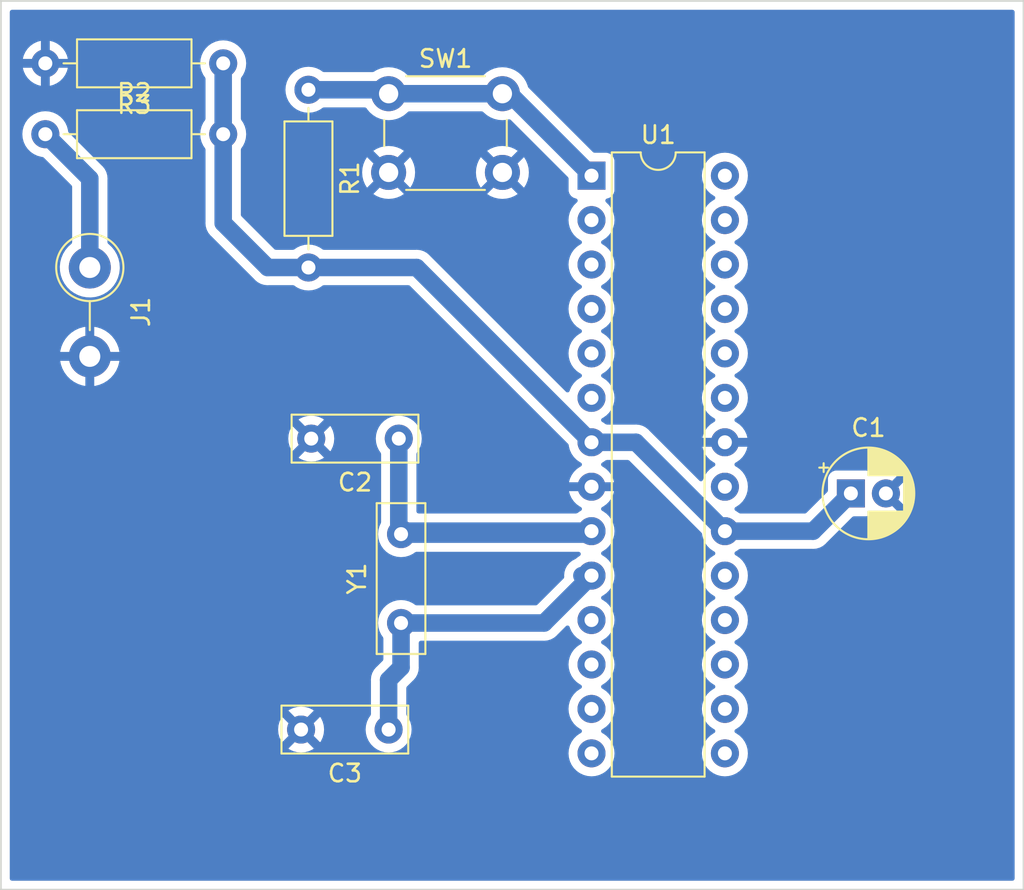
<source format=kicad_pcb>
(kicad_pcb (version 20211014) (generator pcbnew)
  (layers (0 "F.Cu" signal) (31 "B.Cu" signal) (34 "B.Paste" user) (35 "F.Paste" user) (36 "B.SilkS" user "B.Silkscreen") (37 "F.SilkS" user "F.Silkscreen") (38 "B.Mask" user) (39 "F.Mask" user) (44 "Edge.Cuts" user))
  (net 0 "")
  (net 1 "+5V")
  (net 2 "GND")
  (net 3 "Net-(C2-Pad1)")
  (net 4 "Net-(C3-Pad1)")
  (net 5 "Net-(R1-Pad1)")
  (net 27 "+3.3V")
  (footprint "Button_Switch_THT:SW_PUSH_6mm" (layer "F.Cu") (at 116.13 63.725564)
    (fp_text reference "SW1" (at 3.25 -2) (layer "F.SilkS"))
    (fp_text value "SW_Push")
    (fp_line (start -0.25 1.5) (end -0.25 3) (layer "F.SilkS") (width 0.12))
    (fp_line (start 1 5.5) (end 5.5 5.5) (layer "F.SilkS") (width 0.12))
    (fp_line (start 6.75 3) (end 6.75 1.5) (layer "F.SilkS") (width 0.12))
    (fp_line (start 5.5 -1) (end 1 -1) (layer "F.SilkS") (width 0.12))
    (pad "1" thru_hole circle (at 6.5 0 90) (size 2 2) (drill 1.1) (layers *.Cu *.Mask) (net 5 "Net-(R1-Pad1)"))
    (pad "1" thru_hole circle (at 0 0 90) (size 2 2) (drill 1.1) (layers *.Cu *.Mask) (net 5 "Net-(R1-Pad1)"))
    (pad "2" thru_hole circle (at 6.5 4.5 90) (size 2 2) (drill 1.1) (layers *.Cu *.Mask) (net 2 "GND"))
    (pad "2" thru_hole circle (at 0 4.5 90) (size 2 2) (drill 1.1) (layers *.Cu *.Mask) (net 2 "GND"))
  )
  (footprint "Resistor_THT:R_Box_L8.4mm_W2.5mm_P5.08mm" (layer "F.Cu") (at 116.84 93.98 90)
    (fp_text reference "Y1" (at 2.54 -2.52 90) (layer "F.SilkS"))
    (fp_text value "Crystal")
    (fp_line (start 6.85 -1.39) (end 6.85 1.39) (layer "F.SilkS") (width 0.12))
    (fp_line (start -1.77 -1.39) (end -1.77 1.39) (layer "F.SilkS") (width 0.12))
    (fp_line (start -1.77 1.39) (end 6.85 1.39) (layer "F.SilkS") (width 0.12))
    (fp_line (start -1.77 -1.39) (end 6.85 -1.39) (layer "F.SilkS") (width 0.12))
    (pad "1" thru_hole circle (at 0 0 90) (size 1.6 1.6) (drill 0.8) (layers *.Cu *.Mask) (net 4 "Net-(C3-Pad1)"))
    (pad "2" thru_hole circle (at 5.08 0 90) (size 1.6 1.6) (drill 0.8) (layers *.Cu *.Mask) (net 3 "Net-(C2-Pad1)"))
  )
  (footprint "Resistor_THT:R_Axial_DIN0207_L6.3mm_D2.5mm_P10.16mm_Horizontal" (layer "F.Cu") (at 106.68 61.99 180)
    (fp_text reference "R3" (at 5.08 -2.37) (layer "F.SilkS"))
    (fp_text value "10kR")
    (fp_line (start 1.81 -1.37) (end 1.81 1.37) (layer "F.SilkS") (width 0.12))
    (fp_line (start 1.81 1.37) (end 8.35 1.37) (layer "F.SilkS") (width 0.12))
    (fp_line (start 8.35 1.37) (end 8.35 -1.37) (layer "F.SilkS") (width 0.12))
    (fp_line (start 9.12 0) (end 8.35 0) (layer "F.SilkS") (width 0.12))
    (fp_line (start 1.04 0) (end 1.81 0) (layer "F.SilkS") (width 0.12))
    (fp_line (start 8.35 -1.37) (end 1.81 -1.37) (layer "F.SilkS") (width 0.12))
    (pad "1" thru_hole circle (at 0 0 180) (size 1.6 1.6) (drill 0.8) (layers *.Cu *.Mask) (net 27 "+3.3V"))
    (pad "2" thru_hole oval (at 10.16 0 180) (size 1.6 1.6) (drill 0.8) (layers *.Cu *.Mask) (net 2 "GND"))
  )
  (footprint "Capacitor_THT:C_Disc_D7.0mm_W2.5mm_P5.00mm" (layer "F.Cu") (at 116.13 100.07 180)
    (fp_text reference "C3" (at 2.5 -2.5) (layer "F.SilkS"))
    (fp_text value "C")
    (fp_line (start -1.12 -1.37) (end -1.12 1.37) (layer "F.SilkS") (width 0.12))
    (fp_line (start -1.12 1.37) (end 6.12 1.37) (layer "F.SilkS") (width 0.12))
    (fp_line (start 6.12 -1.37) (end 6.12 1.37) (layer "F.SilkS") (width 0.12))
    (fp_line (start -1.12 -1.37) (end 6.12 -1.37) (layer "F.SilkS") (width 0.12))
    (pad "1" thru_hole circle (at 0 0 180) (size 1.6 1.6) (drill 0.8) (layers *.Cu *.Mask) (net 4 "Net-(C3-Pad1)"))
    (pad "2" thru_hole circle (at 5 0 180) (size 1.6 1.6) (drill 0.8) (layers *.Cu *.Mask) (net 2 "GND"))
  )
  (footprint "Package_DIP:DIP-28_W7.62mm" (layer "F.Cu") (at 127.720225 68.41)
    (fp_text reference "U1" (at 3.81 -2.33) (layer "F.SilkS"))
    (fp_text value "ATmega328P-P")
    (fp_line (start 6.46 34.35) (end 6.46 -1.33) (layer "F.SilkS") (width 0.12))
    (fp_line (start 6.46 -1.33) (end 4.81 -1.33) (layer "F.SilkS") (width 0.12))
    (fp_line (start 1.16 -1.33) (end 1.16 34.35) (layer "F.SilkS") (width 0.12))
    (fp_line (start 2.81 -1.33) (end 1.16 -1.33) (layer "F.SilkS") (width 0.12))
    (fp_line (start 1.16 34.35) (end 6.46 34.35) (layer "F.SilkS") (width 0.12))
    (fp_arc (start 4.81 -1.33) (mid 3.81 -0.33) (end 2.81 -1.33) (layer "F.SilkS") (width 0.12))
    (pad "1" thru_hole rect (at 0 0) (size 1.6 1.6) (drill 0.8) (layers *.Cu *.Mask) (net 5 "Net-(R1-Pad1)"))
    (pad "2" thru_hole oval (at 0 2.54) (size 1.6 1.6) (drill 0.8) (layers *.Cu *.Mask))
    (pad "3" thru_hole oval (at 0 5.08) (size 1.6 1.6) (drill 0.8) (layers *.Cu *.Mask))
    (pad "4" thru_hole oval (at 0 7.62) (size 1.6 1.6) (drill 0.8) (layers *.Cu *.Mask))
    (pad "5" thru_hole oval (at 0 10.16) (size 1.6 1.6) (drill 0.8) (layers *.Cu *.Mask))
    (pad "6" thru_hole oval (at 0 12.7) (size 1.6 1.6) (drill 0.8) (layers *.Cu *.Mask))
    (pad "7" thru_hole oval (at 0 15.24) (size 1.6 1.6) (drill 0.8) (layers *.Cu *.Mask) (net 27 "+3.3V"))
    (pad "8" thru_hole oval (at 0 17.78) (size 1.6 1.6) (drill 0.8) (layers *.Cu *.Mask) (net 2 "GND"))
    (pad "9" thru_hole oval (at 0 20.32) (size 1.6 1.6) (drill 0.8) (layers *.Cu *.Mask) (net 3 "Net-(C2-Pad1)"))
    (pad "10" thru_hole oval (at 0 22.86) (size 1.6 1.6) (drill 0.8) (layers *.Cu *.Mask) (net 4 "Net-(C3-Pad1)"))
    (pad "11" thru_hole oval (at 0 25.4) (size 1.6 1.6) (drill 0.8) (layers *.Cu *.Mask))
    (pad "12" thru_hole oval (at 0 27.94) (size 1.6 1.6) (drill 0.8) (layers *.Cu *.Mask))
    (pad "13" thru_hole oval (at 0 30.48) (size 1.6 1.6) (drill 0.8) (layers *.Cu *.Mask))
    (pad "14" thru_hole oval (at 0 33.02) (size 1.6 1.6) (drill 0.8) (layers *.Cu *.Mask))
    (pad "15" thru_hole oval (at 7.62 33.02) (size 1.6 1.6) (drill 0.8) (layers *.Cu *.Mask))
    (pad "16" thru_hole oval (at 7.62 30.48) (size 1.6 1.6) (drill 0.8) (layers *.Cu *.Mask))
    (pad "17" thru_hole oval (at 7.62 27.94) (size 1.6 1.6) (drill 0.8) (layers *.Cu *.Mask))
    (pad "18" thru_hole oval (at 7.62 25.4) (size 1.6 1.6) (drill 0.8) (layers *.Cu *.Mask))
    (pad "19" thru_hole oval (at 7.62 22.86) (size 1.6 1.6) (drill 0.8) (layers *.Cu *.Mask))
    (pad "20" thru_hole oval (at 7.62 20.32) (size 1.6 1.6) (drill 0.8) (layers *.Cu *.Mask) (net 27 "+3.3V"))
    (pad "21" thru_hole oval (at 7.62 17.78) (size 1.6 1.6) (drill 0.8) (layers *.Cu *.Mask))
    (pad "22" thru_hole oval (at 7.62 15.24) (size 1.6 1.6) (drill 0.8) (layers *.Cu *.Mask) (net 2 "GND"))
    (pad "23" thru_hole oval (at 7.62 12.7) (size 1.6 1.6) (drill 0.8) (layers *.Cu *.Mask))
    (pad "24" thru_hole oval (at 7.62 10.16) (size 1.6 1.6) (drill 0.8) (layers *.Cu *.Mask))
    (pad "25" thru_hole oval (at 7.62 7.62) (size 1.6 1.6) (drill 0.8) (layers *.Cu *.Mask))
    (pad "26" thru_hole oval (at 7.62 5.08) (size 1.6 1.6) (drill 0.8) (layers *.Cu *.Mask))
    (pad "27" thru_hole oval (at 7.62 2.54) (size 1.6 1.6) (drill 0.8) (layers *.Cu *.Mask))
    (pad "28" thru_hole oval (at 7.62 0) (size 1.6 1.6) (drill 0.8) (layers *.Cu *.Mask))
  )
  (footprint "Capacitor_THT:C_Disc_D7.0mm_W2.5mm_P5.00mm" (layer "F.Cu") (at 116.71 83.44 180)
    (fp_text reference "C2" (at 2.5 -2.5) (layer "F.SilkS"))
    (fp_text value "C")
    (fp_line (start -1.12 -1.37) (end -1.12 1.37) (layer "F.SilkS") (width 0.12))
    (fp_line (start -1.12 -1.37) (end 6.12 -1.37) (layer "F.SilkS") (width 0.12))
    (fp_line (start -1.12 1.37) (end 6.12 1.37) (layer "F.SilkS") (width 0.12))
    (fp_line (start 6.12 -1.37) (end 6.12 1.37) (layer "F.SilkS") (width 0.12))
    (pad "1" thru_hole circle (at 0 0 180) (size 1.6 1.6) (drill 0.8) (layers *.Cu *.Mask) (net 3 "Net-(C2-Pad1)"))
    (pad "2" thru_hole circle (at 5 0 180) (size 1.6 1.6) (drill 0.8) (layers *.Cu *.Mask) (net 2 "GND"))
  )
  (footprint "Resistor_THT:R_Axial_DIN0207_L6.3mm_D2.5mm_P10.16mm_Horizontal" (layer "F.Cu") (at 111.55 63.5 -90)
    (fp_text reference "R1" (at 5.08 -2.37 90) (layer "F.SilkS"))
    (fp_text value "R")
    (fp_line (start 8.35 1.37) (end 8.35 -1.37) (layer "F.SilkS") (width 0.12))
    (fp_line (start 1.81 -1.37) (end 1.81 1.37) (layer "F.SilkS") (width 0.12))
    (fp_line (start 9.12 0) (end 8.35 0) (layer "F.SilkS") (width 0.12))
    (fp_line (start 8.35 -1.37) (end 1.81 -1.37) (layer "F.SilkS") (width 0.12))
    (fp_line (start 1.81 1.37) (end 8.35 1.37) (layer "F.SilkS") (width 0.12))
    (fp_line (start 1.04 0) (end 1.81 0) (layer "F.SilkS") (width 0.12))
    (pad "1" thru_hole circle (at 0 0 270) (size 1.6 1.6) (drill 0.8) (layers *.Cu *.Mask) (net 5 "Net-(R1-Pad1)"))
    (pad "2" thru_hole oval (at 10.16 0 270) (size 1.6 1.6) (drill 0.8) (layers *.Cu *.Mask) (net 27 "+3.3V"))
  )
  (footprint "Resistor_THT:R_Axial_DIN0207_L6.3mm_D2.5mm_P10.16mm_Horizontal" (layer "F.Cu") (at 96.52 66.04)
    (fp_text reference "R2" (at 5.08 -2.37) (layer "F.SilkS"))
    (fp_text value "5.1kR")
    (fp_line (start 9.12 0) (end 8.35 0) (layer "F.SilkS") (width 0.12))
    (fp_line (start 8.35 -1.37) (end 1.81 -1.37) (layer "F.SilkS") (width 0.12))
    (fp_line (start 1.81 -1.37) (end 1.81 1.37) (layer "F.SilkS") (width 0.12))
    (fp_line (start 1.81 1.37) (end 8.35 1.37) (layer "F.SilkS") (width 0.12))
    (fp_line (start 8.35 1.37) (end 8.35 -1.37) (layer "F.SilkS") (width 0.12))
    (fp_line (start 1.04 0) (end 1.81 0) (layer "F.SilkS") (width 0.12))
    (pad "1" thru_hole circle (at 0 0) (size 1.6 1.6) (drill 0.8) (layers *.Cu *.Mask) (net 1 "+5V"))
    (pad "2" thru_hole oval (at 10.16 0) (size 1.6 1.6) (drill 0.8) (layers *.Cu *.Mask) (net 27 "+3.3V"))
  )
  (footprint "Capacitor_THT:CP_Radial_D5.0mm_P2.00mm" (layer "F.Cu") (at 142.53662 86.5725)
    (fp_text reference "C1" (at 1 -3.75) (layer "F.SilkS"))
    (fp_text value "C_Polarized")
    (fp_line (start 2.041 1.04) (end 2.041 2.365) (layer "F.SilkS") (width 0.12))
    (fp_line (start 1.28 1.04) (end 1.28 2.565) (layer "F.SilkS") (width 0.12))
    (fp_line (start 1.08 1.04) (end 1.08 2.579) (layer "F.SilkS") (width 0.12))
    (fp_line (start 3.601 -0.284) (end 3.601 0.284) (layer "F.SilkS") (width 0.12))
    (fp_line (start 1.44 1.04) (end 1.44 2.543) (layer "F.SilkS") (width 0.12))
    (fp_line (start 3.041 -1.605) (end 3.041 1.605) (layer "F.SilkS") (width 0.12))
    (fp_line (start 1.56 1.04) (end 1.56 2.52) (layer "F.SilkS") (width 0.12))
    (fp_line (start 1.16 -2.576) (end 1.16 -1.04) (layer "F.SilkS") (width 0.12))
    (fp_line (start 2.401 1.04) (end 2.401 2.175) (layer "F.SilkS") (width 0.12))
    (fp_line (start 2.161 -2.31) (end 2.161 -1.04) (layer "F.SilkS") (width 0.12))
    (fp_line (start 1.36 1.04) (end 1.36 2.556) (layer "F.SilkS") (width 0.12))
    (fp_line (start 1.52 1.04) (end 1.52 2.528) (layer "F.SilkS") (width 0.12))
    (fp_line (start 2.121 1.04) (end 2.121 2.329) (layer "F.SilkS") (width 0.12))
    (fp_line (start 1.44 -2.543) (end 1.44 -1.04) (layer "F.SilkS") (width 0.12))
    (fp_line (start 2.201 1.04) (end 2.201 2.29) (layer "F.SilkS") (width 0.12))
    (fp_line (start 2.521 1.04) (end 2.521 2.095) (layer "F.SilkS") (width 0.12))
    (fp_line (start 2.721 -1.937) (end 2.721 -1.04) (layer "F.SilkS") (width 0.12))
    (fp_line (start 2.561 1.04) (end 2.561 2.065) (layer "F.SilkS") (width 0.12))
    (fp_line (start 1.841 1.04) (end 1.841 2.442) (layer "F.SilkS") (width 0.12))
    (fp_line (start 2.321 1.04) (end 2.321 2.224) (layer "F.SilkS") (width 0.12))
    (fp_line (start 3.001 1.04) (end 3.001 1.653) (layer "F.SilkS") (width 0.12))
    (fp_line (start 2.361 -2.2) (end 2.361 -1.04) (layer "F.SilkS") (width 0.12))
    (fp_line (start 3.361 -1.098) (end 3.361 1.098) (layer "F.SilkS") (width 0.12))
    (fp_line (start 1.04 -2.58) (end 1.04 -1.04) (layer "F.SilkS") (width 0.12))
    (fp_line (start 1.6 1.04) (end 1.6 2.511) (layer "F.SilkS") (width 0.12))
    (fp_line (start 2.001 1.04) (end 2.001 2.382) (layer "F.SilkS") (width 0.12))
    (fp_line (start 1.881 1.04) (end 1.881 2.428) (layer "F.SilkS") (width 0.12))
    (fp_line (start 3.561 -0.518) (end 3.561 0.518) (layer "F.SilkS") (width 0.12))
    (fp_line (start 2.761 1.04) (end 2.761 1.901) (layer "F.SilkS") (width 0.12))
    (fp_line (start 1.961 1.04) (end 1.961 2.398) (layer "F.SilkS") (width 0.12))
    (fp_line (start 1.56 -2.52) (end 1.56 -1.04) (layer "F.SilkS") (width 0.12))
    (fp_line (start 2.161 1.04) (end 2.161 2.31) (layer "F.SilkS") (width 0.12))
    (fp_line (start 3.001 -1.653) (end 3.001 -1.04) (layer "F.SilkS") (width 0.12))
    (fp_line (start 3.281 -1.251) (end 3.281 1.251) (layer "F.SilkS") (width 0.12))
    (fp_line (start 1.721 1.04) (end 1.721 2.48) (layer "F.SilkS") (width 0.12))
    (fp_line (start 1.04 1.04) (end 1.04 2.58) (layer "F.SilkS") (width 0.12))
    (fp_line (start 2.761 -1.901) (end 2.761 -1.04) (layer "F.SilkS") (width 0.12))
    (fp_line (start 2.041 -2.365) (end 2.041 -1.04) (layer "F.SilkS") (width 0.12))
    (fp_line (start 1.08 -2.579) (end 1.08 -1.04) (layer "F.SilkS") (width 0.12))
    (fp_line (start 1.4 1.04) (end 1.4 2.55) (layer "F.SilkS") (width 0.12))
    (fp_line (start 1.881 -2.428) (end 1.881 -1.04) (layer "F.SilkS") (width 0.12))
    (fp_line (start 1.4 -2.55) (end 1.4 -1.04) (layer "F.SilkS") (width 0.12))
    (fp_line (start 1.48 -2.536) (end 1.48 -1.04) (layer "F.SilkS") (width 0.12))
    (fp_line (start 1.921 -2.414) (end 1.921 -1.04) (layer "F.SilkS") (width 0.12))
    (fp_line (start 2.641 1.04) (end 2.641 2.004) (layer "F.SilkS") (width 0.12))
    (fp_line (start 1 -2.58) (end 1 -1.04) (layer "F.SilkS") (width 0.12))
    (fp_line (start 2.281 -2.247) (end 2.281 -1.04) (layer "F.SilkS") (width 0.12))
    (fp_line (start 3.441 -0.915) (end 3.441 0.915) (layer "F.SilkS") (width 0.12))
    (fp_line (start 2.841 -1.826) (end 2.841 -1.04) (layer "F.SilkS") (width 0.12))
    (fp_line (start 2.721 1.04) (end 2.721 1.937) (layer "F.SilkS") (width 0.12))
    (fp_line (start 1.921 1.04) (end 1.921 2.414) (layer "F.SilkS") (width 0.12))
    (fp_line (start 3.161 -1.443) (end 3.161 1.443) (layer "F.SilkS") (width 0.12))
    (fp_line (start 1.24 1.04) (end 1.24 2.569) (layer "F.SilkS") (width 0.12))
    (fp_line (start 1.52 -2.528) (end 1.52 -1.04) (layer "F.SilkS") (width 0.12))
    (fp_line (start 2.841 1.04) (end 2.841 1.826) (layer "F.SilkS") (width 0.12))
    (fp_line (start 2.361 1.04) (end 2.361 2.2) (layer "F.SilkS") (width 0.12))
    (fp_line (start 2.561 -2.065) (end 2.561 -1.04) (layer "F.SilkS") (width 0.12))
    (fp_line (start 2.241 1.04) (end 2.241 2.268) (layer "F.SilkS") (width 0.12))
    (fp_line (start 1.961 -2.398) (end 1.961 -1.04) (layer "F.SilkS") (width 0.12))
    (fp_line (start 2.921 -1.743) (end 2.921 -1.04) (layer "F.SilkS") (width 0.12))
    (fp_line (start 1.32 -2.561) (end 1.32 -1.04) (layer "F.SilkS") (width 0.12))
    (fp_line (start 1.841 -2.442) (end 1.841 -1.04) (layer "F.SilkS") (width 0.12))
    (fp_line (start 2.681 -1.971) (end 2.681 -1.04) (layer "F.SilkS") (width 0.12))
    (fp_line (start 2.481 -2.122) (end 2.481 -1.04) (layer "F.SilkS") (width 0.12))
    (fp_line (start 1.68 -2.491) (end 1.68 -1.04) (layer "F.SilkS") (width 0.12))
    (fp_line (start 1.12 1.04) (end 1.12 2.578) (layer "F.SilkS") (width 0.12))
    (fp_line (start 1.761 -2.468) (end 1.761 -1.04) (layer "F.SilkS") (width 0.12))
    (fp_line (start 2.961 1.04) (end 2.961 1.699) (layer "F.SilkS") (width 0.12))
    (fp_line (start 2.121 -2.329) (end 2.121 -1.04) (layer "F.SilkS") (width 0.12))
    (fp_line (start 2.641 -2.004) (end 2.641 -1.04) (layer "F.SilkS") (width 0.12))
    (fp_line (start 1.68 1.04) (end 1.68 2.491) (layer "F.SilkS") (width 0.12))
    (fp_line (start 2.881 1.04) (end 2.881 1.785) (layer "F.SilkS") (width 0.12))
    (fp_line (start 1.801 1.04) (end 1.801 2.455) (layer "F.SilkS") (width 0.12))
    (fp_line (start 1.64 1.04) (end 1.64 2.501) (layer "F.SilkS") (width 0.12))
    (fp_line (start -1.554775 -1.725) (end -1.554775 -1.225) (layer "F.SilkS") (width 0.12))
    (fp_line (start 1.48 1.04) (end 1.48 2.536) (layer "F.SilkS") (width 0.12))
    (fp_line (start 2.441 1.04) (end 2.441 2.149) (layer "F.SilkS") (width 0.12))
    (fp_line (start 2.801 -1.864) (end 2.801 -1.04) (layer "F.SilkS") (width 0.12))
    (fp_line (start 2.241 -2.268) (end 2.241 -1.04) (layer "F.SilkS") (width 0.12))
    (fp_line (start 2.481 1.04) (end 2.481 2.122) (layer "F.SilkS") (width 0.12))
    (fp_line (start 2.801 1.04) (end 2.801 1.864) (layer "F.SilkS") (width 0.12))
    (fp_line (start 2.081 -2.348) (end 2.081 -1.04) (layer "F.SilkS") (width 0.12))
    (fp_line (start 2.001 -2.382) (end 2.001 -1.04) (layer "F.SilkS") (width 0.12))
    (fp_line (start 2.681 1.04) (end 2.681 1.971) (layer "F.SilkS") (width 0.12))
    (fp_line (start -1.804775 -1.475) (end -1.304775 -1.475) (layer "F.SilkS") (width 0.12))
    (fp_line (start 2.961 -1.699) (end 2.961 -1.04) (layer "F.SilkS") (width 0.12))
    (fp_line (start 1.28 -2.565) (end 1.28 -1.04) (layer "F.SilkS") (width 0.12))
    (fp_line (start 1.12 -2.578) (end 1.12 -1.04) (layer "F.SilkS") (width 0.12))
    (fp_line (start 2.321 -2.224) (end 2.321 -1.04) (layer "F.SilkS") (width 0.12))
    (fp_line (start 1.32 1.04) (end 1.32 2.561) (layer "F.SilkS") (width 0.12))
    (fp_line (start 2.521 -2.095) (end 2.521 -1.04) (layer "F.SilkS") (width 0.12))
    (fp_line (start 3.521 -0.677) (end 3.521 0.677) (layer "F.SilkS") (width 0.12))
    (fp_line (start 1.24 -2.569) (end 1.24 -1.04) (layer "F.SilkS") (width 0.12))
    (fp_line (start 2.441 -2.149) (end 2.441 -1.04) (layer "F.SilkS") (width 0.12))
    (fp_line (start 3.081 -1.554) (end 3.081 1.554) (layer "F.SilkS") (width 0.12))
    (fp_line (start 1.2 1.04) (end 1.2 2.573) (layer "F.SilkS") (width 0.12))
    (fp_line (start 2.881 -1.785) (end 2.881 -1.04) (layer "F.SilkS") (width 0.12))
    (fp_line (start 3.401 -1.011) (end 3.401 1.011) (layer "F.SilkS") (width 0.12))
    (fp_line (start 1.801 -2.455) (end 1.801 -1.04) (layer "F.SilkS") (width 0.12))
    (fp_line (start 3.241 -1.319) (end 3.241 1.319) (layer "F.SilkS") (width 0.12))
    (fp_line (start 1.16 1.04) (end 1.16 2.576) (layer "F.SilkS") (width 0.12))
    (fp_line (start 2.401 -2.175) (end 2.401 -1.04) (layer "F.SilkS") (width 0.12))
    (fp_line (start 2.921 1.04) (end 2.921 1.743) (layer "F.SilkS") (width 0.12))
    (fp_line (start 3.481 -0.805) (end 3.481 0.805) (layer "F.SilkS") (width 0.12))
    (fp_line (start 3.201 -1.383) (end 3.201 1.383) (layer "F.SilkS") (width 0.12))
    (fp_line (start 1.6 -2.511) (end 1.6 -1.04) (layer "F.SilkS") (width 0.12))
    (fp_line (start 1.64 -2.501) (end 1.64 -1.04) (layer "F.SilkS") (width 0.12))
    (fp_line (start 1 1.04) (end 1 2.58) (layer "F.SilkS") (width 0.12))
    (fp_line (start 3.321 -1.178) (end 3.321 1.178) (layer "F.SilkS") (width 0.12))
    (fp_line (start 3.121 -1.5) (end 3.121 1.5) (layer "F.SilkS") (width 0.12))
    (fp_line (start 2.201 -2.29) (end 2.201 -1.04) (layer "F.SilkS") (width 0.12))
    (fp_line (start 2.281 1.04) (end 2.281 2.247) (layer "F.SilkS") (width 0.12))
    (fp_line (start 2.601 1.04) (end 2.601 2.035) (layer "F.SilkS") (width 0.12))
    (fp_line (start 1.2 -2.573) (end 1.2 -1.04) (layer "F.SilkS") (width 0.12))
    (fp_line (start 1.36 -2.556) (end 1.36 -1.04) (layer "F.SilkS") (width 0.12))
    (fp_line (start 2.601 -2.035) (end 2.601 -1.04) (layer "F.SilkS") (width 0.12))
    (fp_line (start 2.081 1.04) (end 2.081 2.348) (layer "F.SilkS") (width 0.12))
    (fp_line (start 1.761 1.04) (end 1.761 2.468) (layer "F.SilkS") (width 0.12))
    (fp_line (start 1.721 -2.48) (end 1.721 -1.04) (layer "F.SilkS") (width 0.12))
    (fp_circle (center 1 0) (end 3.62 0) (layer "F.SilkS") (width 0.12) (fill none))
    (pad "1" thru_hole rect (at 0 0) (size 1.6 1.6) (drill 0.8) (layers *.Cu *.Mask) (net 27 "+3.3V"))
    (pad "2" thru_hole circle (at 2 0) (size 1.6 1.6) (drill 0.8) (layers *.Cu *.Mask) (net 2 "GND"))
  )
  (footprint "Resistor_THT:R_Axial_DIN0411_L9.9mm_D3.6mm_P5.08mm_Vertical" (layer "F.Cu") (at 99.06 73.66 -90)
    (fp_text reference "J1" (at 2.54 -2.92 90) (layer "F.SilkS"))
    (fp_text value "Input")
    (fp_line (start 1.92 0) (end 3.58 0) (layer "F.SilkS") (width 0.12))
    (fp_circle (center 0 0) (end 1.92 0) (layer "F.SilkS") (width 0.12) (fill none))
    (pad "1" thru_hole circle (at 0 0 270) (size 2.4 2.4) (drill 1.2) (layers *.Cu *.Mask) (net 1 "+5V"))
    (pad "2" thru_hole oval (at 5.08 0 270) (size 2.4 2.4) (drill 1.2) (layers *.Cu *.Mask) (net 2 "GND"))
  )
  (gr_rect (start 93.98 58.42) (end 152.4 109.22) (layer "Edge.Cuts") (width 0.1) (fill none))
  (segment (start 99.06 73.66) (end 99.06 68.58) (width 1) (layer "B.Cu") (net 1))
  (segment (start 99.06 68.58) (end 96.52 66.04) (width 1) (layer "B.Cu") (net 1))
  (segment (start 116.71 83.44) (end 116.71 88.77) (width 1) (layer "B.Cu") (net 3))
  (segment (start 116.84 88.9) (end 127.550225 88.9) (width 1) (layer "B.Cu") (net 3))
  (segment (start 127.550225 88.9) (end 127.720225 88.73) (width 1) (layer "B.Cu") (net 3))
  (segment (start 116.71 88.77) (end 116.84 88.9) (width 1) (layer "B.Cu") (net 3))
  (segment (start 127.720225 88.73) (end 117.01 88.73) (width 1) (layer "B.Cu") (net 3))
  (segment (start 117.01 88.73) (end 116.84 88.9) (width 1) (layer "B.Cu") (net 3))
  (segment (start 116.84 83.57) (end 116.71 83.44) (width 1) (layer "B.Cu") (net 3))
  (segment (start 125.010225 93.98) (end 127.720225 91.27) (width 1) (layer "B.Cu") (net 4))
  (segment (start 116.84 96.52) (end 116.84 93.98) (width 1) (layer "B.Cu") (net 4))
  (segment (start 127.17 91.27) (end 127.720225 91.27) (width 1) (layer "B.Cu") (net 4))
  (segment (start 116.84 93.98) (end 125.010225 93.98) (width 1) (layer "B.Cu") (net 4))
  (segment (start 116.13 97.23) (end 116.84 96.52) (width 1) (layer "B.Cu") (net 4))
  (segment (start 116.13 100.07) (end 116.13 97.23) (width 1) (layer "B.Cu") (net 4))
  (segment (start 123.035789 63.725564) (end 127.720225 68.41) (width 1) (layer "B.Cu") (net 5))
  (segment (start 116.13 63.725564) (end 122.63 63.725564) (width 1) (layer "B.Cu") (net 5))
  (segment (start 115.904436 63.5) (end 116.13 63.725564) (width 1) (layer "B.Cu") (net 5))
  (segment (start 111.55 63.5) (end 115.904436 63.5) (width 1) (layer "B.Cu") (net 5))
  (segment (start 122.63 63.725564) (end 123.035789 63.725564) (width 1) (layer "B.Cu") (net 5))
  (segment (start 109.22 73.66) (end 111.55 73.66) (width 1) (layer "B.Cu") (net 27))
  (segment (start 106.68 66.04) (end 106.68 71.12) (width 1) (layer "B.Cu") (net 27))
  (segment (start 140.37912 88.73) (end 142.53662 86.5725) (width 1) (layer "B.Cu") (net 27))
  (segment (start 127.720225 83.65) (end 130.260225 83.65) (width 1) (layer "B.Cu") (net 27))
  (segment (start 111.55 73.66) (end 117.730225 73.66) (width 1) (layer "B.Cu") (net 27))
  (segment (start 106.68 61.99) (end 106.68 66.04) (width 1) (layer "B.Cu") (net 27))
  (segment (start 130.260225 83.65) (end 135.340225 88.73) (width 1) (layer "B.Cu") (net 27))
  (segment (start 135.340225 88.73) (end 140.37912 88.73) (width 1) (layer "B.Cu") (net 27))
  (segment (start 106.68 71.12) (end 109.22 73.66) (width 1) (layer "B.Cu") (net 27))
  (segment (start 117.730225 73.66) (end 127.720225 83.65) (width 1) (layer "B.Cu") (net 27))
  (zone (net 2) (net_name "GND") (layer "B.Cu") (connect_pads (clearance 0.508)) (min_thickness 0.254) (fill yes (thermal_gap 0.508) (thermal_bridge_width 0.508))
    (polygon (pts (xy 152.4 109.22) (xy 93.98 109.22) (xy 93.98 58.42) (xy 152.4 58.42)))
  )
)
</source>
